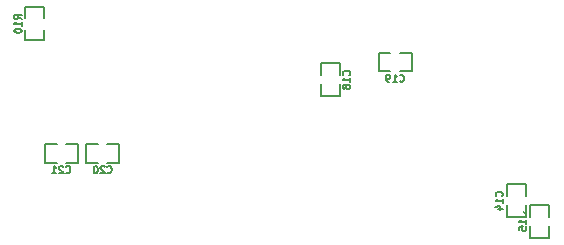
<source format=gbo>
G04 #@! TF.FileFunction,Legend,Bot*
%FSLAX46Y46*%
G04 Gerber Fmt 4.6, Leading zero omitted, Abs format (unit mm)*
G04 Created by KiCad (PCBNEW 4.0.2-stable) date 2017-02-07 10:52:45 AM*
%MOMM*%
G01*
G04 APERTURE LIST*
%ADD10C,0.100000*%
%ADD11C,0.200000*%
%ADD12C,0.152400*%
%ADD13O,1.727200X2.032000*%
%ADD14R,1.143000X0.812800*%
%ADD15R,0.812800X1.143000*%
%ADD16O,2.500000X4.000000*%
%ADD17O,2.000000X2.500000*%
%ADD18O,3.500000X1.500000*%
%ADD19O,2.200000X1.400000*%
%ADD20O,2.250000X1.400000*%
%ADD21O,2.800000X3.500000*%
%ADD22C,1.750000*%
%ADD23C,2.500000*%
%ADD24C,1.500000*%
%ADD25R,1.700000X1.700000*%
%ADD26O,1.700000X1.700000*%
%ADD27R,2.800000X1.600000*%
G04 APERTURE END LIST*
D10*
D11*
X164698000Y-111965000D02*
X164698000Y-112965000D01*
X166298000Y-114765000D02*
X164698000Y-114765000D01*
X164698000Y-111965000D02*
X166298000Y-111965000D01*
X166298000Y-111965000D02*
X166298000Y-112965000D01*
X164698000Y-113765000D02*
X164698000Y-114765000D01*
X166298000Y-113765000D02*
X166298000Y-114765000D01*
X166698000Y-113715000D02*
X166698000Y-114715000D01*
X168298000Y-116515000D02*
X166698000Y-116515000D01*
X166698000Y-113715000D02*
X168298000Y-113715000D01*
X168298000Y-113715000D02*
X168298000Y-114715000D01*
X166698000Y-115515000D02*
X166698000Y-116515000D01*
X168298000Y-115515000D02*
X168298000Y-116515000D01*
X150548000Y-104515000D02*
X150548000Y-103515000D01*
X148948000Y-101715000D02*
X150548000Y-101715000D01*
X150548000Y-104515000D02*
X148948000Y-104515000D01*
X148948000Y-104515000D02*
X148948000Y-103515000D01*
X150548000Y-102715000D02*
X150548000Y-101715000D01*
X148948000Y-102715000D02*
X148948000Y-101715000D01*
X153848000Y-102415000D02*
X154848000Y-102415000D01*
X156648000Y-100815000D02*
X156648000Y-102415000D01*
X153848000Y-102415000D02*
X153848000Y-100815000D01*
X153848000Y-100815000D02*
X154848000Y-100815000D01*
X155648000Y-102415000D02*
X156648000Y-102415000D01*
X155648000Y-100815000D02*
X156648000Y-100815000D01*
X129098000Y-110165000D02*
X130098000Y-110165000D01*
X131898000Y-108565000D02*
X131898000Y-110165000D01*
X129098000Y-110165000D02*
X129098000Y-108565000D01*
X129098000Y-108565000D02*
X130098000Y-108565000D01*
X130898000Y-110165000D02*
X131898000Y-110165000D01*
X130898000Y-108565000D02*
X131898000Y-108565000D01*
X125598000Y-110165000D02*
X126598000Y-110165000D01*
X128398000Y-108565000D02*
X128398000Y-110165000D01*
X125598000Y-110165000D02*
X125598000Y-108565000D01*
X125598000Y-108565000D02*
X126598000Y-108565000D01*
X127398000Y-110165000D02*
X128398000Y-110165000D01*
X127398000Y-108565000D02*
X128398000Y-108565000D01*
X123948000Y-96965000D02*
X123948000Y-97865000D01*
X125548000Y-99765000D02*
X123948000Y-99765000D01*
X123948000Y-96965000D02*
X125548000Y-96965000D01*
X125548000Y-96965000D02*
X125548000Y-97865000D01*
X123948000Y-98865000D02*
X123948000Y-99765000D01*
X125548000Y-98865000D02*
X125548000Y-99765000D01*
D12*
X164315714Y-112973115D02*
X164344743Y-112944086D01*
X164373771Y-112857000D01*
X164373771Y-112798943D01*
X164344743Y-112711858D01*
X164286686Y-112653800D01*
X164228629Y-112624772D01*
X164112514Y-112595743D01*
X164025429Y-112595743D01*
X163909314Y-112624772D01*
X163851257Y-112653800D01*
X163793200Y-112711858D01*
X163764171Y-112798943D01*
X163764171Y-112857000D01*
X163793200Y-112944086D01*
X163822229Y-112973115D01*
X164373771Y-113553686D02*
X164373771Y-113205343D01*
X164373771Y-113379515D02*
X163764171Y-113379515D01*
X163851257Y-113321458D01*
X163909314Y-113263400D01*
X163938343Y-113205343D01*
X163967371Y-114076200D02*
X164373771Y-114076200D01*
X163735143Y-113931057D02*
X164170571Y-113785914D01*
X164170571Y-114163286D01*
X166315714Y-114723115D02*
X166344743Y-114694086D01*
X166373771Y-114607000D01*
X166373771Y-114548943D01*
X166344743Y-114461858D01*
X166286686Y-114403800D01*
X166228629Y-114374772D01*
X166112514Y-114345743D01*
X166025429Y-114345743D01*
X165909314Y-114374772D01*
X165851257Y-114403800D01*
X165793200Y-114461858D01*
X165764171Y-114548943D01*
X165764171Y-114607000D01*
X165793200Y-114694086D01*
X165822229Y-114723115D01*
X166373771Y-115303686D02*
X166373771Y-114955343D01*
X166373771Y-115129515D02*
X165764171Y-115129515D01*
X165851257Y-115071458D01*
X165909314Y-115013400D01*
X165938343Y-114955343D01*
X165764171Y-115855229D02*
X165764171Y-115564943D01*
X166054457Y-115535914D01*
X166025429Y-115564943D01*
X165996400Y-115623000D01*
X165996400Y-115768143D01*
X166025429Y-115826200D01*
X166054457Y-115855229D01*
X166112514Y-115884257D01*
X166257657Y-115884257D01*
X166315714Y-115855229D01*
X166344743Y-115826200D01*
X166373771Y-115768143D01*
X166373771Y-115623000D01*
X166344743Y-115564943D01*
X166315714Y-115535914D01*
X151365714Y-102723115D02*
X151394743Y-102694086D01*
X151423771Y-102607000D01*
X151423771Y-102548943D01*
X151394743Y-102461858D01*
X151336686Y-102403800D01*
X151278629Y-102374772D01*
X151162514Y-102345743D01*
X151075429Y-102345743D01*
X150959314Y-102374772D01*
X150901257Y-102403800D01*
X150843200Y-102461858D01*
X150814171Y-102548943D01*
X150814171Y-102607000D01*
X150843200Y-102694086D01*
X150872229Y-102723115D01*
X151423771Y-103303686D02*
X151423771Y-102955343D01*
X151423771Y-103129515D02*
X150814171Y-103129515D01*
X150901257Y-103071458D01*
X150959314Y-103013400D01*
X150988343Y-102955343D01*
X151075429Y-103652029D02*
X151046400Y-103593971D01*
X151017371Y-103564943D01*
X150959314Y-103535914D01*
X150930286Y-103535914D01*
X150872229Y-103564943D01*
X150843200Y-103593971D01*
X150814171Y-103652029D01*
X150814171Y-103768143D01*
X150843200Y-103826200D01*
X150872229Y-103855229D01*
X150930286Y-103884257D01*
X150959314Y-103884257D01*
X151017371Y-103855229D01*
X151046400Y-103826200D01*
X151075429Y-103768143D01*
X151075429Y-103652029D01*
X151104457Y-103593971D01*
X151133486Y-103564943D01*
X151191543Y-103535914D01*
X151307657Y-103535914D01*
X151365714Y-103564943D01*
X151394743Y-103593971D01*
X151423771Y-103652029D01*
X151423771Y-103768143D01*
X151394743Y-103826200D01*
X151365714Y-103855229D01*
X151307657Y-103884257D01*
X151191543Y-103884257D01*
X151133486Y-103855229D01*
X151104457Y-103826200D01*
X151075429Y-103768143D01*
X155639885Y-103232714D02*
X155668914Y-103261743D01*
X155756000Y-103290771D01*
X155814057Y-103290771D01*
X155901142Y-103261743D01*
X155959200Y-103203686D01*
X155988228Y-103145629D01*
X156017257Y-103029514D01*
X156017257Y-102942429D01*
X155988228Y-102826314D01*
X155959200Y-102768257D01*
X155901142Y-102710200D01*
X155814057Y-102681171D01*
X155756000Y-102681171D01*
X155668914Y-102710200D01*
X155639885Y-102739229D01*
X155059314Y-103290771D02*
X155407657Y-103290771D01*
X155233485Y-103290771D02*
X155233485Y-102681171D01*
X155291542Y-102768257D01*
X155349600Y-102826314D01*
X155407657Y-102855343D01*
X154769029Y-103290771D02*
X154652914Y-103290771D01*
X154594857Y-103261743D01*
X154565829Y-103232714D01*
X154507771Y-103145629D01*
X154478743Y-103029514D01*
X154478743Y-102797286D01*
X154507771Y-102739229D01*
X154536800Y-102710200D01*
X154594857Y-102681171D01*
X154710971Y-102681171D01*
X154769029Y-102710200D01*
X154798057Y-102739229D01*
X154827086Y-102797286D01*
X154827086Y-102942429D01*
X154798057Y-103000486D01*
X154769029Y-103029514D01*
X154710971Y-103058543D01*
X154594857Y-103058543D01*
X154536800Y-103029514D01*
X154507771Y-103000486D01*
X154478743Y-102942429D01*
X130889885Y-110982714D02*
X130918914Y-111011743D01*
X131006000Y-111040771D01*
X131064057Y-111040771D01*
X131151142Y-111011743D01*
X131209200Y-110953686D01*
X131238228Y-110895629D01*
X131267257Y-110779514D01*
X131267257Y-110692429D01*
X131238228Y-110576314D01*
X131209200Y-110518257D01*
X131151142Y-110460200D01*
X131064057Y-110431171D01*
X131006000Y-110431171D01*
X130918914Y-110460200D01*
X130889885Y-110489229D01*
X130657657Y-110489229D02*
X130628628Y-110460200D01*
X130570571Y-110431171D01*
X130425428Y-110431171D01*
X130367371Y-110460200D01*
X130338342Y-110489229D01*
X130309314Y-110547286D01*
X130309314Y-110605343D01*
X130338342Y-110692429D01*
X130686685Y-111040771D01*
X130309314Y-111040771D01*
X129931943Y-110431171D02*
X129873886Y-110431171D01*
X129815829Y-110460200D01*
X129786800Y-110489229D01*
X129757771Y-110547286D01*
X129728743Y-110663400D01*
X129728743Y-110808543D01*
X129757771Y-110924657D01*
X129786800Y-110982714D01*
X129815829Y-111011743D01*
X129873886Y-111040771D01*
X129931943Y-111040771D01*
X129990000Y-111011743D01*
X130019029Y-110982714D01*
X130048057Y-110924657D01*
X130077086Y-110808543D01*
X130077086Y-110663400D01*
X130048057Y-110547286D01*
X130019029Y-110489229D01*
X129990000Y-110460200D01*
X129931943Y-110431171D01*
X127389885Y-110982714D02*
X127418914Y-111011743D01*
X127506000Y-111040771D01*
X127564057Y-111040771D01*
X127651142Y-111011743D01*
X127709200Y-110953686D01*
X127738228Y-110895629D01*
X127767257Y-110779514D01*
X127767257Y-110692429D01*
X127738228Y-110576314D01*
X127709200Y-110518257D01*
X127651142Y-110460200D01*
X127564057Y-110431171D01*
X127506000Y-110431171D01*
X127418914Y-110460200D01*
X127389885Y-110489229D01*
X127157657Y-110489229D02*
X127128628Y-110460200D01*
X127070571Y-110431171D01*
X126925428Y-110431171D01*
X126867371Y-110460200D01*
X126838342Y-110489229D01*
X126809314Y-110547286D01*
X126809314Y-110605343D01*
X126838342Y-110692429D01*
X127186685Y-111040771D01*
X126809314Y-111040771D01*
X126228743Y-111040771D02*
X126577086Y-111040771D01*
X126402914Y-111040771D02*
X126402914Y-110431171D01*
X126460971Y-110518257D01*
X126519029Y-110576314D01*
X126577086Y-110605343D01*
X123623771Y-97973115D02*
X123333486Y-97769915D01*
X123623771Y-97624772D02*
X123014171Y-97624772D01*
X123014171Y-97857000D01*
X123043200Y-97915058D01*
X123072229Y-97944086D01*
X123130286Y-97973115D01*
X123217371Y-97973115D01*
X123275429Y-97944086D01*
X123304457Y-97915058D01*
X123333486Y-97857000D01*
X123333486Y-97624772D01*
X123623771Y-98553686D02*
X123623771Y-98205343D01*
X123623771Y-98379515D02*
X123014171Y-98379515D01*
X123101257Y-98321458D01*
X123159314Y-98263400D01*
X123188343Y-98205343D01*
X123014171Y-98931057D02*
X123014171Y-98989114D01*
X123043200Y-99047171D01*
X123072229Y-99076200D01*
X123130286Y-99105229D01*
X123246400Y-99134257D01*
X123391543Y-99134257D01*
X123507657Y-99105229D01*
X123565714Y-99076200D01*
X123594743Y-99047171D01*
X123623771Y-98989114D01*
X123623771Y-98931057D01*
X123594743Y-98873000D01*
X123565714Y-98843971D01*
X123507657Y-98814943D01*
X123391543Y-98785914D01*
X123246400Y-98785914D01*
X123130286Y-98814943D01*
X123072229Y-98843971D01*
X123043200Y-98873000D01*
X123014171Y-98931057D01*
%LPC*%
D13*
X138938000Y-123825000D03*
X141478000Y-123825000D03*
X144018000Y-123825000D03*
X146558000Y-123825000D03*
X149098000Y-123825000D03*
X151638000Y-123825000D03*
X154178000Y-123825000D03*
X156718000Y-123825000D03*
X161798000Y-123825000D03*
X164338000Y-123825000D03*
X166878000Y-123825000D03*
X169418000Y-123825000D03*
X171958000Y-123825000D03*
X174498000Y-123825000D03*
X152654000Y-75565000D03*
X150114000Y-75565000D03*
X147574000Y-75565000D03*
X145034000Y-75565000D03*
X142494000Y-75565000D03*
X139954000Y-75565000D03*
X137414000Y-75565000D03*
X134874000Y-75565000D03*
X132334000Y-75565000D03*
X129794000Y-75565000D03*
X174498000Y-75565000D03*
X171958000Y-75565000D03*
X169418000Y-75565000D03*
X166878000Y-75565000D03*
X164338000Y-75565000D03*
X161798000Y-75565000D03*
X159258000Y-75565000D03*
X156718000Y-75565000D03*
D14*
X165498000Y-112514100D03*
X165498000Y-114215900D03*
X167498000Y-114264100D03*
X167498000Y-115965900D03*
X149748000Y-103965900D03*
X149748000Y-102264100D03*
D15*
X154397100Y-101615000D03*
X156098900Y-101615000D03*
X129647100Y-109365000D03*
X131348900Y-109365000D03*
X126147100Y-109365000D03*
X127848900Y-109365000D03*
D16*
X112798000Y-105865000D03*
D17*
X122198000Y-105865000D03*
D18*
X117498000Y-100965000D03*
X117498000Y-109165000D03*
D16*
X112798000Y-93615000D03*
D17*
X122198000Y-93615000D03*
D18*
X117498000Y-88715000D03*
X117498000Y-96915000D03*
D16*
X121948000Y-76115000D03*
D17*
X112548000Y-76115000D03*
D18*
X117248000Y-81015000D03*
X117248000Y-72815000D03*
D14*
X124748000Y-97514100D03*
X124748000Y-99215900D03*
D19*
X151998000Y-78615000D03*
X151998000Y-83115000D03*
D20*
X158498000Y-78615000D03*
X158498000Y-83115000D03*
D21*
X122298000Y-117115000D03*
X112698000Y-117115000D03*
D22*
X119998000Y-124615000D03*
X117498000Y-124615000D03*
X114998000Y-124615000D03*
D23*
X181248000Y-79115000D03*
X181248000Y-90115000D03*
X175748000Y-84615000D03*
X185748000Y-84615000D03*
X177358000Y-80725000D03*
X177358000Y-88505000D03*
D24*
X135248000Y-84865000D03*
X132998000Y-85615000D03*
X148748000Y-95865000D03*
X164748000Y-95865000D03*
X139998000Y-118865000D03*
X142498000Y-118865000D03*
X147498000Y-118865000D03*
X149998000Y-118865000D03*
X126498000Y-118865000D03*
X128998000Y-118865000D03*
X134248000Y-118865000D03*
X136498000Y-118865000D03*
X166998000Y-118865000D03*
X169498000Y-118865000D03*
X175248000Y-118865000D03*
X177748000Y-118865000D03*
X147998000Y-108615000D03*
X150498000Y-108615000D03*
X155998000Y-108615000D03*
X153498000Y-108615000D03*
D25*
X190248000Y-97365000D03*
D26*
X192788000Y-97365000D03*
X190248000Y-99905000D03*
X192788000Y-99905000D03*
X190248000Y-102445000D03*
X192788000Y-102445000D03*
X190248000Y-104985000D03*
X192788000Y-104985000D03*
X190248000Y-107525000D03*
X192788000Y-107525000D03*
D24*
X132248000Y-78365000D03*
D27*
X130248000Y-99615000D03*
M02*

</source>
